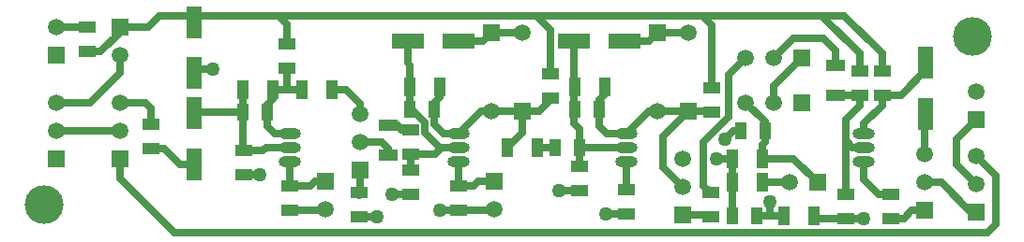
<source format=gtl>
%FSLAX25Y25*%
%MOIN*%
G70*
G01*
G75*
G04 Layer_Physical_Order=1*
G04 Layer_Color=255*
%ADD10R,0.04331X0.06693*%
%ADD11R,0.06693X0.04331*%
%ADD12R,0.05906X0.03937*%
%ADD13R,0.11811X0.05512*%
%ADD14R,0.05512X0.11811*%
%ADD15R,0.03937X0.05906*%
%ADD16C,0.02500*%
%ADD17C,0.01000*%
%ADD18C,0.13780*%
%ADD19C,0.05906*%
%ADD20R,0.05906X0.05906*%
%ADD21O,0.07874X0.03937*%
%ADD22O,0.07874X0.03937*%
%ADD23R,0.05906X0.05906*%
%ADD24C,0.05000*%
D10*
X259685Y29000D02*
D03*
X270315D02*
D03*
X288815Y8500D02*
D03*
X278185D02*
D03*
X259685Y20500D02*
D03*
X270315D02*
D03*
X145185Y54500D02*
D03*
X155815D02*
D03*
X106685Y53500D02*
D03*
X117315D02*
D03*
X85685D02*
D03*
X96315D02*
D03*
X179685Y33000D02*
D03*
X190315D02*
D03*
X203685Y54500D02*
D03*
X214315D02*
D03*
D11*
X296500Y62315D02*
D03*
Y51685D02*
D03*
X137500Y30185D02*
D03*
Y40815D02*
D03*
D12*
X305000Y60331D02*
D03*
Y51669D02*
D03*
X313000Y60331D02*
D03*
Y51669D02*
D03*
X252000Y16831D02*
D03*
Y8169D02*
D03*
X316000Y16331D02*
D03*
Y7669D02*
D03*
X300000Y16331D02*
D03*
Y7669D02*
D03*
X30500Y75831D02*
D03*
Y67169D02*
D03*
X53000Y41331D02*
D03*
Y32669D02*
D03*
X195000Y59331D02*
D03*
Y50669D02*
D03*
X222000Y17831D02*
D03*
Y9169D02*
D03*
X205500Y26331D02*
D03*
Y17669D02*
D03*
X162500Y19331D02*
D03*
Y10669D02*
D03*
X145500Y24831D02*
D03*
Y16169D02*
D03*
Y39331D02*
D03*
Y30669D02*
D03*
X127000Y16831D02*
D03*
Y8169D02*
D03*
X86000Y31831D02*
D03*
Y23169D02*
D03*
X102500Y19331D02*
D03*
Y10669D02*
D03*
X101500Y61169D02*
D03*
Y69831D02*
D03*
X252500Y54331D02*
D03*
Y45669D02*
D03*
D13*
X221555Y71000D02*
D03*
X203445D02*
D03*
X162555D02*
D03*
X144445D02*
D03*
D14*
X328500Y63055D02*
D03*
Y44945D02*
D03*
X68500Y77555D02*
D03*
Y59445D02*
D03*
Y45055D02*
D03*
Y26945D02*
D03*
D15*
X271331Y39000D02*
D03*
X262669D02*
D03*
X259669Y8500D02*
D03*
X268331D02*
D03*
X145169Y46500D02*
D03*
X153831D02*
D03*
X85669Y45500D02*
D03*
X94331D02*
D03*
X196669Y33000D02*
D03*
X205331D02*
D03*
X203669Y46500D02*
D03*
X212331D02*
D03*
D16*
X313000Y60331D02*
Y66500D01*
X299500Y80000D02*
X313000Y66500D01*
X249000Y80000D02*
X299500D01*
X305000Y60331D02*
Y66500D01*
X291500Y80000D02*
X305000Y66500D01*
X42000Y74000D02*
Y76000D01*
X35169Y67169D02*
X42000Y74000D01*
X30500Y67169D02*
X35169D01*
X56000Y80000D02*
X98500D01*
X52000Y76000D02*
X56000Y80000D01*
X42000Y76000D02*
X52000D01*
X98500Y80000D02*
X101500Y77000D01*
Y69831D02*
Y77000D01*
X70055Y61000D02*
X75000D01*
X42000Y59500D02*
Y66000D01*
X31500Y49000D02*
X42000Y59500D01*
X19500Y49000D02*
X31500D01*
X268331Y8500D02*
X278185D01*
X273000Y9000D02*
Y13500D01*
X288815Y8500D02*
X289646Y7669D01*
X300000D01*
X300169Y7500D02*
X306500D01*
X323500Y10500D02*
X328000D01*
X320669Y7669D02*
X323500Y10500D01*
X316000Y7669D02*
X320669D01*
X257000Y36000D02*
X260000Y39000D01*
X262669D01*
X258500Y44000D02*
Y59000D01*
X249500Y35000D02*
X258500Y44000D01*
X249500Y19331D02*
Y35000D01*
X214669Y9169D02*
X222000D01*
X198169Y17669D02*
X205500D01*
X155669Y10669D02*
X162500D01*
X138831Y16169D02*
X145500D01*
X127000Y8169D02*
X133331D01*
X86000Y23169D02*
X91669D01*
X252500Y54331D02*
Y76500D01*
X249000Y80000D02*
X252500Y76500D01*
X190000Y80000D02*
X249000D01*
X195000Y59331D02*
Y75000D01*
X190000Y80000D02*
X195000Y75000D01*
X98500Y80000D02*
X190000D01*
X144445Y63055D02*
Y71000D01*
X30331Y76000D02*
X30500Y75831D01*
X19500Y76000D02*
X30331D01*
X339500Y27000D02*
X346500Y20000D01*
X339500Y27000D02*
Y36000D01*
X346500Y43000D01*
Y30000D02*
X353500Y23000D01*
Y5500D02*
Y23000D01*
X350500Y2500D02*
X353500Y5500D01*
X61500Y2500D02*
X350500D01*
X42000Y22000D02*
X61500Y2500D01*
X42000Y22000D02*
Y29000D01*
X102500Y10669D02*
X114669D01*
X306500Y21500D02*
Y28000D01*
Y21500D02*
X311669Y16331D01*
X235000Y26000D02*
X242000Y19000D01*
X235000Y26000D02*
Y37024D01*
X244000Y46024D01*
X203445Y41555D02*
Y71000D01*
X344500Y10000D02*
X346500D01*
X334000Y20500D02*
X344500Y10000D01*
X328000Y20500D02*
X334000D01*
X300000Y35500D02*
X300000Y35500D01*
X300000Y16331D02*
Y35500D01*
X311669Y16331D02*
X316000D01*
X328000Y44445D02*
X328500Y44945D01*
X328000Y30500D02*
Y44445D01*
X313000Y51669D02*
X319669D01*
X328500Y60500D01*
Y63055D01*
X313000Y48000D02*
Y51669D01*
X306500Y41500D02*
X313000Y48000D01*
X306500Y38000D02*
Y41500D01*
X305000Y48000D02*
Y51669D01*
X300000Y43000D02*
X305000Y48000D01*
X300000Y35500D02*
Y43000D01*
X302500Y33000D02*
X306500D01*
X300000Y35500D02*
X302500Y33000D01*
X304984Y51685D02*
X305000Y51669D01*
X296500Y51685D02*
X304984D01*
X254000Y29000D02*
X259685D01*
X249500Y19331D02*
X252000Y16831D01*
X259685Y20500D02*
Y29000D01*
Y8516D02*
Y20500D01*
X259669Y8500D02*
X259685Y8516D01*
X270315Y20500D02*
X280000D01*
X281500Y29000D02*
X290000Y20500D01*
X270315Y29000D02*
X281500D01*
X270315D02*
Y33815D01*
X271331Y34831D01*
Y39000D01*
Y42169D01*
X264500Y49000D02*
X271331Y42169D01*
X274500Y49000D02*
Y55000D01*
X284500Y65000D01*
X296500Y62315D02*
Y67500D01*
X292000Y72000D02*
X296500Y67500D01*
X281500Y72000D02*
X292000D01*
X274500Y65000D02*
X281500Y72000D01*
X258500Y59000D02*
X264500Y65000D01*
X251169Y9000D02*
X252000Y8169D01*
X242000Y9000D02*
X251169D01*
X222000Y17831D02*
X222000Y17831D01*
Y28000D01*
X221555Y71000D02*
X230024D01*
X233000Y73976D01*
X244000D01*
X252146Y46024D02*
X252500Y45669D01*
X244000Y46024D02*
X252146D01*
X233000D02*
X244000D01*
X230024D02*
X233000D01*
X222000Y38000D02*
X230024Y46024D01*
X215000Y38000D02*
X222000D01*
X212331Y40669D02*
X215000Y38000D01*
X212331Y40669D02*
Y46500D01*
Y49831D01*
X214315Y51815D01*
Y54500D01*
X205331Y33000D02*
Y39669D01*
X203445Y41555D02*
X205331Y39669D01*
Y26500D02*
X205500Y26331D01*
X205331Y26500D02*
Y33000D01*
X205331Y33000D01*
X222000D01*
X190315D02*
X190315Y33000D01*
X196669D01*
X174669Y10669D02*
X175000Y11000D01*
X162500Y10669D02*
X174669D01*
X169500Y21000D02*
X175000D01*
X167831Y19331D02*
X169500Y21000D01*
X162500Y19331D02*
X167831D01*
X162500D02*
X162500Y19331D01*
Y28000D01*
X179685Y33000D02*
X185000Y38315D01*
Y46024D01*
X170524D02*
X174000D01*
X162500Y38000D02*
X170524Y46024D01*
X185000D02*
X191024D01*
X174000D02*
X185000D01*
X191024D02*
X195000Y50000D01*
Y50669D01*
X174000Y73976D02*
X185000D01*
X171024Y71000D02*
X174000Y73976D01*
X162555Y71000D02*
X171024D01*
X145185Y54500D02*
Y62315D01*
X144445Y63055D02*
X145185Y62315D01*
X145169Y54484D02*
X145185Y54500D01*
X145169Y46500D02*
Y54484D01*
X155815Y50815D02*
Y54500D01*
X153831Y48831D02*
X155815Y50815D01*
X153831Y46500D02*
Y48831D01*
X145868Y46500D02*
X150500Y41868D01*
Y38116D02*
Y41868D01*
Y38116D02*
X155616Y33000D01*
X153831Y41169D02*
X157000Y38000D01*
X153831Y41169D02*
Y46500D01*
X157000Y38000D02*
X162500D01*
X155616Y33000D02*
X156500D01*
X145169Y46500D02*
X145868D01*
X156500Y33000D02*
X162500D01*
X154169Y30669D02*
X156500Y33000D01*
X145500Y30669D02*
X154169D01*
X145500Y24831D02*
Y30669D01*
X142169Y39331D02*
X145500D01*
X140685Y40815D02*
X142169Y39331D01*
X137500Y40815D02*
X140685D01*
X127000Y15831D02*
X127500Y16331D01*
Y25000D01*
X137500Y30185D02*
Y32500D01*
X135000Y35000D02*
X137500Y32500D01*
X127500Y35000D02*
X135000D01*
X127500Y45000D02*
Y48500D01*
X122500Y53500D02*
X127500Y48500D01*
X117315Y53500D02*
X122500D01*
X114669Y10669D02*
X115000Y11000D01*
X102500Y19331D02*
X109831D01*
X111500Y21000D01*
X115000D01*
X102500Y19331D02*
X102500Y19331D01*
Y28000D01*
X101500Y53500D02*
Y61169D01*
X96315Y53500D02*
X106685D01*
X96315Y50315D02*
Y53500D01*
X94331Y48331D02*
X96315Y50315D01*
X94331Y45500D02*
Y48331D01*
Y40669D02*
Y45500D01*
Y40669D02*
X97000Y38000D01*
X102500D01*
X85685Y32146D02*
Y53500D01*
X94000Y33000D02*
X102500D01*
X92831Y31831D02*
X94000Y33000D01*
X86000Y31831D02*
X92831D01*
X68945Y45500D02*
X85669D01*
X63555Y26945D02*
X68500D01*
X57831Y32669D02*
X63555Y26945D01*
X53000Y32669D02*
X57831D01*
X53000Y41331D02*
Y47000D01*
X51000Y49000D02*
X53000Y47000D01*
X42000Y49000D02*
X51000D01*
X19500Y39000D02*
X42000D01*
D17*
X85685Y32146D02*
X86000Y31831D01*
X68500Y45055D02*
X68945Y45500D01*
D18*
X345000Y72500D02*
D03*
X15000Y12500D02*
D03*
D19*
X346500Y53000D02*
D03*
Y30000D02*
D03*
Y20000D02*
D03*
X328000Y30500D02*
D03*
Y20500D02*
D03*
X264500Y49000D02*
D03*
X274500D02*
D03*
X264500Y65000D02*
D03*
X274500D02*
D03*
X242000Y29000D02*
D03*
Y19000D02*
D03*
X280000Y20500D02*
D03*
X19500Y76000D02*
D03*
X42000Y66000D02*
D03*
Y49000D02*
D03*
Y39000D02*
D03*
X19500Y49000D02*
D03*
Y39000D02*
D03*
X115000Y11000D02*
D03*
X127500Y45000D02*
D03*
Y35000D02*
D03*
X185000Y73976D02*
D03*
X174000Y46024D02*
D03*
X175000Y11000D02*
D03*
X244000Y73976D02*
D03*
X233000Y46024D02*
D03*
D20*
X346500Y43000D02*
D03*
Y10000D02*
D03*
X328000Y10500D02*
D03*
X242000Y9000D02*
D03*
X19500Y66000D02*
D03*
X42000Y76000D02*
D03*
Y29000D02*
D03*
X19500D02*
D03*
X115000Y21000D02*
D03*
X127500Y25000D02*
D03*
X185000Y46024D02*
D03*
X174000Y73976D02*
D03*
X175000Y21000D02*
D03*
X244000Y46024D02*
D03*
X233000Y73976D02*
D03*
D21*
X306500Y28000D02*
D03*
Y38000D02*
D03*
X222000Y28000D02*
D03*
Y38000D02*
D03*
X162500Y28000D02*
D03*
Y38000D02*
D03*
X102500Y28000D02*
D03*
Y38000D02*
D03*
D22*
X306500Y33000D02*
D03*
X222000D02*
D03*
X162500D02*
D03*
X102500D02*
D03*
D23*
X284500Y49000D02*
D03*
Y65000D02*
D03*
X290000Y20500D02*
D03*
D24*
X75000Y61000D02*
D03*
X306500Y7500D02*
D03*
X257000Y36000D02*
D03*
X214669Y9169D02*
D03*
X198169Y17669D02*
D03*
X155669Y10669D02*
D03*
X133331Y8169D02*
D03*
X138831Y16169D02*
D03*
X91669Y23169D02*
D03*
X273000Y13500D02*
D03*
X254000Y29000D02*
D03*
M02*

</source>
